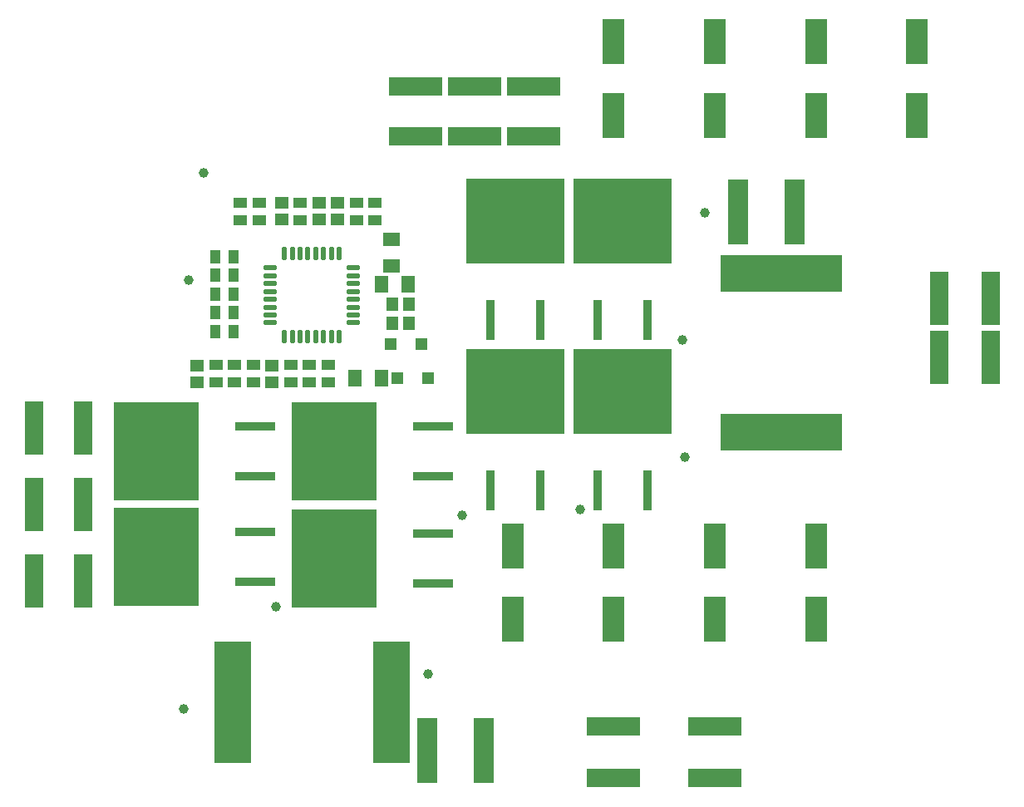
<source format=gtp>
G04*
G04 #@! TF.GenerationSoftware,Altium Limited,Altium Designer,21.6.4 (81)*
G04*
G04 Layer_Color=8421504*
%FSLAX25Y25*%
%MOIN*%
G70*
G04*
G04 #@! TF.SameCoordinates,9BFF0DD7-AB89-4675-BB4A-08C2DD0039C6*
G04*
G04*
G04 #@! TF.FilePolarity,Positive*
G04*
G01*
G75*
%ADD11C,0.03937*%
%ADD15R,0.39764X0.34252*%
%ADD16R,0.03740X0.16142*%
%ADD17R,0.21457X0.07480*%
%ADD18R,0.48504X0.15059*%
%ADD19R,0.34252X0.39764*%
%ADD20R,0.16142X0.03740*%
%ADD21R,0.07087X0.05315*%
%ADD22R,0.04528X0.05118*%
%ADD23R,0.04724X0.05512*%
%ADD24R,0.09055X0.17913*%
%ADD25R,0.21654X0.07677*%
%ADD26R,0.07874X0.26378*%
%ADD27R,0.15059X0.48504*%
%ADD28R,0.07677X0.21654*%
%ADD29R,0.07480X0.21457*%
%ADD30O,0.05709X0.02165*%
%ADD31O,0.02165X0.05709*%
%ADD32R,0.03937X0.05315*%
%ADD33R,0.05315X0.03937*%
%ADD34R,0.05512X0.04724*%
%ADD35R,0.05315X0.07087*%
D11*
X13000Y545000D02*
D03*
X4000Y494000D02*
D03*
X-37000Y426000D02*
D03*
X-188000Y561000D02*
D03*
X-98000Y360000D02*
D03*
X-159000Y387000D02*
D03*
X-196000Y346000D02*
D03*
X-84176Y423829D02*
D03*
X-194000Y518000D02*
D03*
X5000Y447000D02*
D03*
D15*
X-19800Y541664D02*
D03*
X-62900D02*
D03*
X-19800Y473354D02*
D03*
X-62900D02*
D03*
D16*
X-9800Y501900D02*
D03*
X-29800D02*
D03*
X-52900D02*
D03*
X-72900D02*
D03*
X-9800Y433591D02*
D03*
X-29800D02*
D03*
X-52900D02*
D03*
X-72900D02*
D03*
D17*
X-79200Y575759D02*
D03*
Y595641D02*
D03*
X-102800Y575759D02*
D03*
Y595641D02*
D03*
X-55600Y575759D02*
D03*
Y595641D02*
D03*
D18*
X43700Y456900D02*
D03*
Y520817D02*
D03*
D19*
X-206854Y449500D02*
D03*
X-206864Y407000D02*
D03*
X-135700Y406200D02*
D03*
Y449500D02*
D03*
D20*
X-167091Y459500D02*
D03*
Y439500D02*
D03*
X-167100Y397000D02*
D03*
Y417000D02*
D03*
X-95936Y416200D02*
D03*
Y396200D02*
D03*
Y459500D02*
D03*
Y439500D02*
D03*
D21*
X-112623Y534427D02*
D03*
Y523600D02*
D03*
D22*
X-110102Y478800D02*
D03*
X-97898D02*
D03*
X-112902Y492400D02*
D03*
X-100698D02*
D03*
D23*
X-105454Y508200D02*
D03*
X-112146D02*
D03*
X-112293Y500700D02*
D03*
X-105600D02*
D03*
D24*
X98200Y584136D02*
D03*
Y613664D02*
D03*
X-23400Y381972D02*
D03*
Y411500D02*
D03*
X17100Y613664D02*
D03*
Y584136D02*
D03*
X-23500Y613664D02*
D03*
Y584136D02*
D03*
X57700Y613664D02*
D03*
Y584136D02*
D03*
X-63900Y381972D02*
D03*
Y411500D02*
D03*
X17200Y381972D02*
D03*
Y411500D02*
D03*
X57800Y381972D02*
D03*
Y411500D02*
D03*
D25*
X17200Y318241D02*
D03*
Y338910D02*
D03*
X-23400D02*
D03*
Y318241D02*
D03*
D26*
X49020Y545200D02*
D03*
X26579D02*
D03*
X-98120Y329200D02*
D03*
X-75679D02*
D03*
D27*
X-176359Y348800D02*
D03*
X-112441D02*
D03*
D28*
X107009Y487100D02*
D03*
X127678D02*
D03*
Y510700D02*
D03*
X107009D02*
D03*
D29*
X-256041Y458653D02*
D03*
X-236159D02*
D03*
X-256041Y397459D02*
D03*
X-236159D02*
D03*
X-256041Y428056D02*
D03*
X-236159D02*
D03*
D30*
X-161134Y507176D02*
D03*
X-127866Y513475D02*
D03*
X-161134Y522924D02*
D03*
X-127866Y507176D02*
D03*
Y510325D02*
D03*
Y516624D02*
D03*
Y522924D02*
D03*
Y500876D02*
D03*
Y519774D02*
D03*
Y504026D02*
D03*
X-161134Y500876D02*
D03*
Y504026D02*
D03*
Y510325D02*
D03*
Y519774D02*
D03*
Y516624D02*
D03*
Y513475D02*
D03*
D31*
X-155524Y495266D02*
D03*
X-152374D02*
D03*
X-133476D02*
D03*
Y528534D02*
D03*
X-155524D02*
D03*
X-146075Y495266D02*
D03*
X-149224Y528534D02*
D03*
X-146075D02*
D03*
X-136626D02*
D03*
Y495266D02*
D03*
X-152374Y528534D02*
D03*
X-139776D02*
D03*
Y495266D02*
D03*
X-142925D02*
D03*
X-149224D02*
D03*
X-142925Y528534D02*
D03*
D32*
X-183143Y497500D02*
D03*
X-176057D02*
D03*
Y505000D02*
D03*
X-183143D02*
D03*
X-176057Y512500D02*
D03*
X-183143D02*
D03*
X-183143Y520000D02*
D03*
X-176057D02*
D03*
X-176057Y527500D02*
D03*
X-183143D02*
D03*
D33*
X-119200Y549143D02*
D03*
Y542057D02*
D03*
X-126700D02*
D03*
Y549143D02*
D03*
X-149200D02*
D03*
Y542057D02*
D03*
X-165600Y549043D02*
D03*
Y541957D02*
D03*
X-173200D02*
D03*
Y549043D02*
D03*
X-182900Y484175D02*
D03*
Y477088D02*
D03*
X-175400D02*
D03*
Y484175D02*
D03*
X-168000D02*
D03*
Y477088D02*
D03*
X-153000D02*
D03*
X-138000Y484143D02*
D03*
X-145500Y484175D02*
D03*
X-153000D02*
D03*
X-145500Y477088D02*
D03*
X-138000Y477057D02*
D03*
D34*
X-134200Y542450D02*
D03*
Y549143D02*
D03*
X-141700D02*
D03*
Y542450D02*
D03*
X-156700D02*
D03*
Y549143D02*
D03*
X-190400Y477088D02*
D03*
Y483781D02*
D03*
X-160500Y477088D02*
D03*
Y483781D02*
D03*
D35*
X-127313Y478800D02*
D03*
X-116487D02*
D03*
X-105787Y516500D02*
D03*
X-116613D02*
D03*
M02*

</source>
